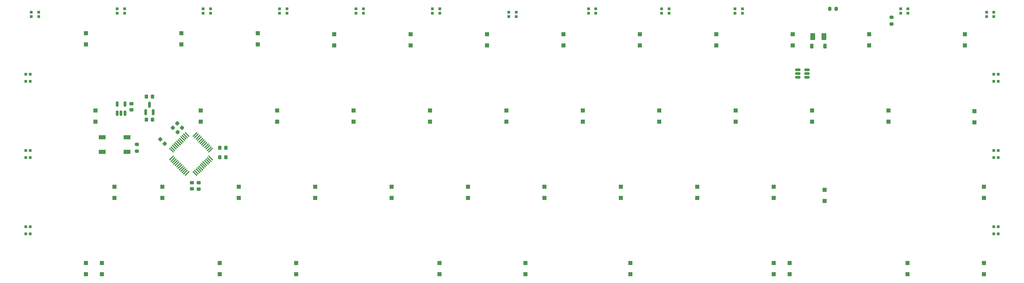
<source format=gbr>
%TF.GenerationSoftware,KiCad,Pcbnew,(7.0.0)*%
%TF.CreationDate,2024-04-06T15:01:54+02:00*%
%TF.ProjectId,forti GND,666f7274-6920-4474-9e44-2e6b69636164,rev?*%
%TF.SameCoordinates,Original*%
%TF.FileFunction,Paste,Bot*%
%TF.FilePolarity,Positive*%
%FSLAX46Y46*%
G04 Gerber Fmt 4.6, Leading zero omitted, Abs format (unit mm)*
G04 Created by KiCad (PCBNEW (7.0.0)) date 2024-04-06 15:01:54*
%MOMM*%
%LPD*%
G01*
G04 APERTURE LIST*
G04 Aperture macros list*
%AMRoundRect*
0 Rectangle with rounded corners*
0 $1 Rounding radius*
0 $2 $3 $4 $5 $6 $7 $8 $9 X,Y pos of 4 corners*
0 Add a 4 corners polygon primitive as box body*
4,1,4,$2,$3,$4,$5,$6,$7,$8,$9,$2,$3,0*
0 Add four circle primitives for the rounded corners*
1,1,$1+$1,$2,$3*
1,1,$1+$1,$4,$5*
1,1,$1+$1,$6,$7*
1,1,$1+$1,$8,$9*
0 Add four rect primitives between the rounded corners*
20,1,$1+$1,$2,$3,$4,$5,0*
20,1,$1+$1,$4,$5,$6,$7,0*
20,1,$1+$1,$6,$7,$8,$9,0*
20,1,$1+$1,$8,$9,$2,$3,0*%
G04 Aperture macros list end*
%ADD10RoundRect,0.105000X-0.245000X0.245000X-0.245000X-0.245000X0.245000X-0.245000X0.245000X0.245000X0*%
%ADD11RoundRect,0.250000X0.300000X-0.300000X0.300000X0.300000X-0.300000X0.300000X-0.300000X-0.300000X0*%
%ADD12RoundRect,0.105000X0.245000X0.245000X-0.245000X0.245000X-0.245000X-0.245000X0.245000X-0.245000X0*%
%ADD13RoundRect,0.200000X-0.275000X0.200000X-0.275000X-0.200000X0.275000X-0.200000X0.275000X0.200000X0*%
%ADD14RoundRect,0.200000X0.200000X0.275000X-0.200000X0.275000X-0.200000X-0.275000X0.200000X-0.275000X0*%
%ADD15RoundRect,0.105000X0.245000X-0.245000X0.245000X0.245000X-0.245000X0.245000X-0.245000X-0.245000X0*%
%ADD16RoundRect,0.150000X0.150000X-0.512500X0.150000X0.512500X-0.150000X0.512500X-0.150000X-0.512500X0*%
%ADD17R,1.800000X1.100000*%
%ADD18RoundRect,0.225000X-0.250000X0.225000X-0.250000X-0.225000X0.250000X-0.225000X0.250000X0.225000X0*%
%ADD19RoundRect,0.225000X0.335876X0.017678X0.017678X0.335876X-0.335876X-0.017678X-0.017678X-0.335876X0*%
%ADD20RoundRect,0.225000X0.225000X0.375000X-0.225000X0.375000X-0.225000X-0.375000X0.225000X-0.375000X0*%
%ADD21RoundRect,0.225000X-0.225000X-0.250000X0.225000X-0.250000X0.225000X0.250000X-0.225000X0.250000X0*%
%ADD22RoundRect,0.070000X0.521491X-0.422496X-0.422496X0.521491X-0.521491X0.422496X0.422496X-0.521491X0*%
%ADD23RoundRect,0.070000X0.521491X0.422496X0.422496X0.521491X-0.521491X-0.422496X-0.422496X-0.521491X0*%
%ADD24RoundRect,0.150000X0.150000X-0.587500X0.150000X0.587500X-0.150000X0.587500X-0.150000X-0.587500X0*%
%ADD25RoundRect,0.150000X-0.512500X-0.150000X0.512500X-0.150000X0.512500X0.150000X-0.512500X0.150000X0*%
%ADD26RoundRect,0.225000X0.225000X0.250000X-0.225000X0.250000X-0.225000X-0.250000X0.225000X-0.250000X0*%
%ADD27RoundRect,0.200000X0.275000X-0.200000X0.275000X0.200000X-0.275000X0.200000X-0.275000X-0.200000X0*%
%ADD28RoundRect,0.225000X0.017678X-0.335876X0.335876X-0.017678X-0.017678X0.335876X-0.335876X0.017678X0*%
%ADD29RoundRect,0.225000X0.250000X-0.225000X0.250000X0.225000X-0.250000X0.225000X-0.250000X-0.225000X0*%
%ADD30RoundRect,0.250000X-0.375000X-0.625000X0.375000X-0.625000X0.375000X0.625000X-0.375000X0.625000X0*%
G04 APERTURE END LIST*
D10*
%TO.C,LED2*%
X28660000Y-68935000D03*
X29760000Y-68935000D03*
X29760000Y-70765000D03*
X28660000Y-70765000D03*
%TD*%
D11*
%TO.C,D29*%
X119856250Y-80775000D03*
X119856250Y-77975000D03*
%TD*%
%TO.C,D36*%
X267493750Y-80775000D03*
X267493750Y-77975000D03*
%TD*%
%TO.C,D13*%
X46037500Y-61725000D03*
X46037500Y-58925000D03*
%TD*%
D12*
%TO.C,LED10*%
X150933750Y-34375000D03*
X150933750Y-35475000D03*
X149103750Y-35475000D03*
X149103750Y-34375000D03*
%TD*%
D11*
%TO.C,D41*%
X131762500Y-99825000D03*
X131762500Y-97025000D03*
%TD*%
%TO.C,D20*%
X186531250Y-61725000D03*
X186531250Y-58925000D03*
%TD*%
%TO.C,D26*%
X62706250Y-80775000D03*
X62706250Y-77975000D03*
%TD*%
D13*
%TO.C,R1*%
X244475000Y-35687500D03*
X244475000Y-37337500D03*
%TD*%
D11*
%TO.C,D22*%
X224631250Y-61725000D03*
X224631250Y-58925000D03*
%TD*%
D12*
%TO.C,LED7*%
X93783750Y-33581250D03*
X93783750Y-34681250D03*
X91953750Y-34681250D03*
X91953750Y-33581250D03*
%TD*%
D11*
%TO.C,D32*%
X177006250Y-80775000D03*
X177006250Y-77975000D03*
%TD*%
D14*
%TO.C,R2*%
X230712500Y-33537500D03*
X229062500Y-33537500D03*
%TD*%
D12*
%TO.C,LED9*%
X131883750Y-33581250D03*
X131883750Y-34681250D03*
X130053750Y-34681250D03*
X130053750Y-33581250D03*
%TD*%
%TO.C,LED12*%
X189033750Y-33581250D03*
X189033750Y-34681250D03*
X187203750Y-34681250D03*
X187203750Y-33581250D03*
%TD*%
D11*
%TO.C,D15*%
X91281250Y-61725000D03*
X91281250Y-58925000D03*
%TD*%
%TO.C,D40*%
X96043750Y-99825000D03*
X96043750Y-97025000D03*
%TD*%
D12*
%TO.C,LED13*%
X207290000Y-33581250D03*
X207290000Y-34681250D03*
X205460000Y-34681250D03*
X205460000Y-33581250D03*
%TD*%
D11*
%TO.C,D31*%
X157956250Y-80775000D03*
X157956250Y-77975000D03*
%TD*%
%TO.C,D21*%
X205581250Y-61725000D03*
X205581250Y-58925000D03*
%TD*%
%TO.C,D4*%
X105568750Y-42675000D03*
X105568750Y-39875000D03*
%TD*%
%TO.C,D9*%
X200818750Y-42675000D03*
X200818750Y-39875000D03*
%TD*%
%TO.C,D34*%
X215106250Y-80775000D03*
X215106250Y-77975000D03*
%TD*%
%TO.C,D24*%
X265112500Y-61912500D03*
X265112500Y-59112500D03*
%TD*%
%TO.C,D27*%
X81756250Y-80775000D03*
X81756250Y-77975000D03*
%TD*%
D15*
%TO.C,LED17*%
X271060000Y-70765000D03*
X269960000Y-70765000D03*
X269960000Y-68935000D03*
X271060000Y-68935000D03*
%TD*%
D11*
%TO.C,D16*%
X110331250Y-61725000D03*
X110331250Y-58925000D03*
%TD*%
D12*
%TO.C,LED6*%
X74733750Y-33581250D03*
X74733750Y-34681250D03*
X72903750Y-34681250D03*
X72903750Y-33581250D03*
%TD*%
D11*
%TO.C,D3*%
X86518750Y-42487500D03*
X86518750Y-39687500D03*
%TD*%
D16*
%TO.C,U4*%
X53361566Y-59637816D03*
X52411566Y-59637816D03*
X51461566Y-59637816D03*
X51461566Y-57362816D03*
X53361566Y-57362816D03*
%TD*%
D11*
%TO.C,D42*%
X153193750Y-99825000D03*
X153193750Y-97025000D03*
%TD*%
%TO.C,D28*%
X100806250Y-80775000D03*
X100806250Y-77975000D03*
%TD*%
D17*
%TO.C,SW1*%
X53899999Y-65618749D03*
X47699999Y-65618749D03*
X53899999Y-69318749D03*
X47699999Y-69318749D03*
%TD*%
D11*
%TO.C,D10*%
X219868750Y-42675000D03*
X219868750Y-39875000D03*
%TD*%
D12*
%TO.C,LED5*%
X53302500Y-33581250D03*
X53302500Y-34681250D03*
X51472500Y-34681250D03*
X51472500Y-33581250D03*
%TD*%
D18*
%TO.C,C7*%
X70105094Y-77012500D03*
X70105094Y-78562500D03*
%TD*%
D19*
%TO.C,C4*%
X63254258Y-67223008D03*
X62158242Y-66126992D03*
%TD*%
D20*
%TO.C,D_PWR1*%
X227868750Y-42862500D03*
X224568750Y-42862500D03*
%TD*%
D11*
%TO.C,D38*%
X47625000Y-99825000D03*
X47625000Y-97025000D03*
%TD*%
D10*
%TO.C,LED3*%
X28660000Y-49885000D03*
X29760000Y-49885000D03*
X29760000Y-51715000D03*
X28660000Y-51715000D03*
%TD*%
D11*
%TO.C,D44*%
X215106250Y-99825000D03*
X215106250Y-97025000D03*
%TD*%
%TO.C,D2*%
X67468750Y-42487500D03*
X67468750Y-39687500D03*
%TD*%
D21*
%TO.C,C8*%
X77012500Y-70643750D03*
X78562500Y-70643750D03*
%TD*%
D11*
%TO.C,D23*%
X243681250Y-61725000D03*
X243681250Y-58925000D03*
%TD*%
%TO.C,D1*%
X43656250Y-42487500D03*
X43656250Y-39687500D03*
%TD*%
%TO.C,D39*%
X76993750Y-99825000D03*
X76993750Y-97025000D03*
%TD*%
%TO.C,D30*%
X138906250Y-80775000D03*
X138906250Y-77975000D03*
%TD*%
D12*
%TO.C,LED14*%
X248565000Y-33581250D03*
X248565000Y-34681250D03*
X246735000Y-34681250D03*
X246735000Y-33581250D03*
%TD*%
D15*
%TO.C,LED18*%
X271060000Y-89815000D03*
X269960000Y-89815000D03*
X269960000Y-87985000D03*
X271060000Y-87985000D03*
%TD*%
D22*
%TO.C,U2*%
X74737876Y-70848788D03*
X74384322Y-71202342D03*
X74030769Y-71555895D03*
X73677215Y-71909449D03*
X73323662Y-72263002D03*
X72970109Y-72616555D03*
X72616555Y-72970109D03*
X72263002Y-73323662D03*
X71909449Y-73677215D03*
X71555895Y-74030769D03*
X71202342Y-74384322D03*
X70848788Y-74737876D03*
D23*
X68851212Y-74737876D03*
X68497658Y-74384322D03*
X68144105Y-74030769D03*
X67790551Y-73677215D03*
X67436998Y-73323662D03*
X67083445Y-72970109D03*
X66729891Y-72616555D03*
X66376338Y-72263002D03*
X66022785Y-71909449D03*
X65669231Y-71555895D03*
X65315678Y-71202342D03*
X64962124Y-70848788D03*
D22*
X64962124Y-68851212D03*
X65315678Y-68497658D03*
X65669231Y-68144105D03*
X66022785Y-67790551D03*
X66376338Y-67436998D03*
X66729891Y-67083445D03*
X67083445Y-66729891D03*
X67436998Y-66376338D03*
X67790551Y-66022785D03*
X68144105Y-65669231D03*
X68497658Y-65315678D03*
X68851212Y-64962124D03*
D23*
X70848788Y-64962124D03*
X71202342Y-65315678D03*
X71555895Y-65669231D03*
X71909449Y-66022785D03*
X72263002Y-66376338D03*
X72616555Y-66729891D03*
X72970109Y-67083445D03*
X73323662Y-67436998D03*
X73677215Y-67790551D03*
X74030769Y-68144105D03*
X74384322Y-68497658D03*
X74737876Y-68851212D03*
%TD*%
D15*
%TO.C,LED16*%
X271060000Y-51715000D03*
X269960000Y-51715000D03*
X269960000Y-49885000D03*
X271060000Y-49885000D03*
%TD*%
D11*
%TO.C,D8*%
X181768750Y-42675000D03*
X181768750Y-39875000D03*
%TD*%
D24*
%TO.C,U3*%
X60440000Y-59357500D03*
X58540000Y-59357500D03*
X59490000Y-57482500D03*
%TD*%
D11*
%TO.C,D11*%
X238918750Y-42675000D03*
X238918750Y-39875000D03*
%TD*%
%TO.C,D25*%
X50800000Y-80775000D03*
X50800000Y-77975000D03*
%TD*%
D12*
%TO.C,LED15*%
X269996250Y-34375000D03*
X269996250Y-35475000D03*
X268166250Y-35475000D03*
X268166250Y-34375000D03*
%TD*%
%TO.C,LED4*%
X31871250Y-34375000D03*
X31871250Y-35475000D03*
X30041250Y-35475000D03*
X30041250Y-34375000D03*
%TD*%
D11*
%TO.C,D35*%
X227806250Y-81568750D03*
X227806250Y-78768750D03*
%TD*%
%TO.C,D12*%
X262731250Y-42675000D03*
X262731250Y-39875000D03*
%TD*%
%TO.C,D6*%
X143668750Y-42675000D03*
X143668750Y-39875000D03*
%TD*%
D25*
%TO.C,U1*%
X221118613Y-50692270D03*
X221118613Y-49742270D03*
X221118613Y-48792270D03*
X223393613Y-48792270D03*
X223393613Y-49742270D03*
X223393613Y-50692270D03*
%TD*%
D11*
%TO.C,D17*%
X129381250Y-61725000D03*
X129381250Y-58925000D03*
%TD*%
%TO.C,D7*%
X162718750Y-42675000D03*
X162718750Y-39875000D03*
%TD*%
D12*
%TO.C,LED8*%
X112833750Y-33581250D03*
X112833750Y-34681250D03*
X111003750Y-34681250D03*
X111003750Y-33581250D03*
%TD*%
D26*
%TO.C,C2*%
X60265808Y-61249873D03*
X58715808Y-61249873D03*
%TD*%
D11*
%TO.C,D5*%
X124618750Y-42675000D03*
X124618750Y-39875000D03*
%TD*%
%TO.C,D18*%
X148431250Y-61725000D03*
X148431250Y-58925000D03*
%TD*%
D27*
%TO.C,R3*%
X56356250Y-69087500D03*
X56356250Y-67437500D03*
%TD*%
D11*
%TO.C,D45*%
X219075000Y-99825000D03*
X219075000Y-97025000D03*
%TD*%
D28*
%TO.C,C5*%
X66494471Y-64398395D03*
X67590487Y-63302379D03*
%TD*%
D11*
%TO.C,D14*%
X72231250Y-61725000D03*
X72231250Y-58925000D03*
%TD*%
D29*
%TO.C,C10*%
X55024896Y-58799878D03*
X55024896Y-57249878D03*
%TD*%
D30*
%TO.C,F1*%
X224818750Y-40481250D03*
X227618750Y-40481250D03*
%TD*%
D11*
%TO.C,D47*%
X267493750Y-99825000D03*
X267493750Y-97025000D03*
%TD*%
D12*
%TO.C,LED11*%
X170777500Y-33581250D03*
X170777500Y-34681250D03*
X168947500Y-34681250D03*
X168947500Y-33581250D03*
%TD*%
D10*
%TO.C,LED1*%
X28660000Y-87985000D03*
X29760000Y-87985000D03*
X29760000Y-89815000D03*
X28660000Y-89815000D03*
%TD*%
D18*
%TO.C,C9*%
X71737281Y-77025116D03*
X71737281Y-78575116D03*
%TD*%
D11*
%TO.C,D46*%
X248443750Y-99825000D03*
X248443750Y-97025000D03*
%TD*%
%TO.C,D33*%
X196056250Y-80775000D03*
X196056250Y-77975000D03*
%TD*%
%TO.C,D43*%
X179387500Y-99825000D03*
X179387500Y-97025000D03*
%TD*%
%TO.C,D19*%
X167481250Y-61725000D03*
X167481250Y-58925000D03*
%TD*%
%TO.C,D37*%
X43656250Y-99825000D03*
X43656250Y-97025000D03*
%TD*%
D26*
%TO.C,C1*%
X60265000Y-55457500D03*
X58715000Y-55457500D03*
%TD*%
D21*
%TO.C,C6*%
X77012500Y-68281250D03*
X78562500Y-68281250D03*
%TD*%
D28*
%TO.C,C3*%
X65336300Y-63265551D03*
X66432316Y-62169535D03*
%TD*%
M02*

</source>
